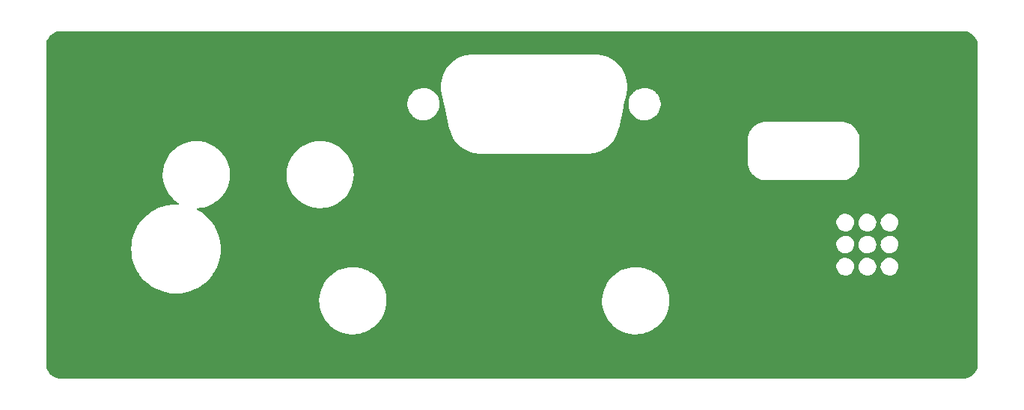
<source format=gtl>
G04 #@! TF.GenerationSoftware,KiCad,Pcbnew,6.0.2+dfsg-1*
G04 #@! TF.CreationDate,2023-08-11T11:42:38-04:00*
G04 #@! TF.ProjectId,HL2IO_endcap,484c3249-4f5f-4656-9e64-6361702e6b69,2.1*
G04 #@! TF.SameCoordinates,PX2e593c0PY56057c0*
G04 #@! TF.FileFunction,Copper,L1,Top*
G04 #@! TF.FilePolarity,Positive*
%FSLAX46Y46*%
G04 Gerber Fmt 4.6, Leading zero omitted, Abs format (unit mm)*
G04 Created by KiCad (PCBNEW 6.0.2+dfsg-1) date 2023-08-11 11:42:38*
%MOMM*%
%LPD*%
G01*
G04 APERTURE LIST*
G04 #@! TA.AperFunction,ComponentPad*
%ADD10C,4.900000*%
G04 #@! TD*
G04 APERTURE END LIST*
D10*
X102000000Y4000000D03*
X4000000Y4000000D03*
X4000000Y36000000D03*
X102000000Y36000000D03*
G04 #@! TA.AperFunction,Conductor*
G36*
X103982282Y39698496D02*
G01*
X104000000Y39695372D01*
X104008528Y39696876D01*
X104013146Y39696876D01*
X104030879Y39697792D01*
X104234871Y39683202D01*
X104248852Y39681191D01*
X104472030Y39632641D01*
X104485583Y39628662D01*
X104699572Y39548849D01*
X104712421Y39542981D01*
X104912875Y39433524D01*
X104924757Y39425888D01*
X105107592Y39289021D01*
X105118268Y39279771D01*
X105279771Y39118268D01*
X105289021Y39107592D01*
X105425888Y38924757D01*
X105433524Y38912875D01*
X105542981Y38712421D01*
X105548849Y38699572D01*
X105628662Y38485583D01*
X105632641Y38472030D01*
X105681191Y38248852D01*
X105683202Y38234871D01*
X105697792Y38030879D01*
X105696876Y38013146D01*
X105696876Y38008528D01*
X105695372Y38000000D01*
X105696876Y37991470D01*
X105698496Y37982283D01*
X105700000Y37965092D01*
X105700000Y2034908D01*
X105698496Y2017718D01*
X105695372Y2000000D01*
X105696876Y1991472D01*
X105696876Y1986854D01*
X105697792Y1969121D01*
X105683202Y1765129D01*
X105681191Y1751148D01*
X105632641Y1527970D01*
X105628662Y1514417D01*
X105548849Y1300428D01*
X105542981Y1287579D01*
X105433524Y1087125D01*
X105425888Y1075243D01*
X105289021Y892408D01*
X105279771Y881732D01*
X105118268Y720229D01*
X105107592Y710979D01*
X104924757Y574112D01*
X104912875Y566476D01*
X104712421Y457019D01*
X104699572Y451151D01*
X104485583Y371338D01*
X104472030Y367359D01*
X104248852Y318809D01*
X104234871Y316798D01*
X104030879Y302208D01*
X104013146Y303124D01*
X104008528Y303124D01*
X104000000Y304628D01*
X103991470Y303124D01*
X103982283Y301504D01*
X103965092Y300000D01*
X2034908Y300000D01*
X2017717Y301504D01*
X2008530Y303124D01*
X2000000Y304628D01*
X1991472Y303124D01*
X1986854Y303124D01*
X1969121Y302208D01*
X1765129Y316798D01*
X1751148Y318809D01*
X1527970Y367359D01*
X1514417Y371338D01*
X1300428Y451151D01*
X1287579Y457019D01*
X1087125Y566476D01*
X1075243Y574112D01*
X892408Y710979D01*
X881732Y720229D01*
X720229Y881732D01*
X710979Y892408D01*
X574112Y1075243D01*
X566476Y1087125D01*
X457019Y1287579D01*
X451151Y1300428D01*
X371338Y1514417D01*
X367359Y1527970D01*
X318809Y1751148D01*
X316798Y1765129D01*
X302208Y1969121D01*
X303124Y1986854D01*
X303124Y1991472D01*
X304628Y2000000D01*
X301504Y2017718D01*
X300000Y2034908D01*
X300000Y9234618D01*
X31195758Y9234618D01*
X31195822Y9232081D01*
X31195822Y9232073D01*
X31200801Y9035382D01*
X31205670Y8843042D01*
X31255780Y8454560D01*
X31345558Y8073287D01*
X31474053Y7703261D01*
X31639902Y7348404D01*
X31641206Y7346229D01*
X31641210Y7346222D01*
X31840039Y7014660D01*
X31840046Y7014650D01*
X31841350Y7012475D01*
X32076262Y6699033D01*
X32342149Y6411398D01*
X32636194Y6152618D01*
X32955282Y5925435D01*
X32957496Y5924180D01*
X32957502Y5924176D01*
X33138297Y5821679D01*
X33296032Y5732255D01*
X33298368Y5731232D01*
X33298370Y5731231D01*
X33652507Y5576144D01*
X33652515Y5576141D01*
X33654835Y5575125D01*
X34027889Y5455709D01*
X34030387Y5455185D01*
X34030394Y5455183D01*
X34248209Y5409481D01*
X34411243Y5375273D01*
X34413765Y5375010D01*
X34413766Y5375010D01*
X34798932Y5334867D01*
X34798935Y5334867D01*
X34800833Y5334669D01*
X34804805Y5334565D01*
X34806671Y5334516D01*
X34806681Y5334516D01*
X34807287Y5334500D01*
X35097917Y5334500D01*
X35391182Y5349613D01*
X35559338Y5375795D01*
X35775690Y5409481D01*
X35775694Y5409482D01*
X35778219Y5409875D01*
X36157012Y5509603D01*
X36328817Y5574351D01*
X36521165Y5646841D01*
X36521170Y5646843D01*
X36523547Y5647739D01*
X36698057Y5734937D01*
X36871656Y5821679D01*
X36871660Y5821681D01*
X36873941Y5822821D01*
X36950168Y5871289D01*
X37202327Y6031624D01*
X37202332Y6031628D01*
X37204481Y6032994D01*
X37355680Y6152618D01*
X37509658Y6274440D01*
X37509664Y6274445D01*
X37511667Y6276030D01*
X37513496Y6277812D01*
X37513502Y6277817D01*
X37652543Y6413265D01*
X37792243Y6549355D01*
X38043237Y6850073D01*
X38261990Y7174999D01*
X38446184Y7520690D01*
X38593868Y7883483D01*
X38703477Y8259535D01*
X38773850Y8644862D01*
X38804242Y9035382D01*
X38799264Y9232073D01*
X38799200Y9234618D01*
X63195758Y9234618D01*
X63195822Y9232081D01*
X63195822Y9232073D01*
X63200801Y9035382D01*
X63205670Y8843042D01*
X63255780Y8454560D01*
X63345558Y8073287D01*
X63474053Y7703261D01*
X63639902Y7348404D01*
X63641206Y7346229D01*
X63641210Y7346222D01*
X63840039Y7014660D01*
X63840046Y7014650D01*
X63841350Y7012475D01*
X64076262Y6699033D01*
X64342149Y6411398D01*
X64636194Y6152618D01*
X64955282Y5925435D01*
X64957496Y5924180D01*
X64957502Y5924176D01*
X65138297Y5821679D01*
X65296032Y5732255D01*
X65298368Y5731232D01*
X65298370Y5731231D01*
X65652507Y5576144D01*
X65652515Y5576141D01*
X65654835Y5575125D01*
X66027889Y5455709D01*
X66030387Y5455185D01*
X66030394Y5455183D01*
X66248209Y5409481D01*
X66411243Y5375273D01*
X66413765Y5375010D01*
X66413766Y5375010D01*
X66798932Y5334867D01*
X66798935Y5334867D01*
X66800833Y5334669D01*
X66804805Y5334565D01*
X66806671Y5334516D01*
X66806681Y5334516D01*
X66807287Y5334500D01*
X67097917Y5334500D01*
X67391182Y5349613D01*
X67559338Y5375795D01*
X67775690Y5409481D01*
X67775694Y5409482D01*
X67778219Y5409875D01*
X68157012Y5509603D01*
X68328817Y5574351D01*
X68521165Y5646841D01*
X68521170Y5646843D01*
X68523547Y5647739D01*
X68698057Y5734937D01*
X68871656Y5821679D01*
X68871660Y5821681D01*
X68873941Y5822821D01*
X68950168Y5871289D01*
X69202327Y6031624D01*
X69202332Y6031628D01*
X69204481Y6032994D01*
X69355680Y6152618D01*
X69509658Y6274440D01*
X69509664Y6274445D01*
X69511667Y6276030D01*
X69513496Y6277812D01*
X69513502Y6277817D01*
X69652543Y6413265D01*
X69792243Y6549355D01*
X70043237Y6850073D01*
X70261990Y7174999D01*
X70446184Y7520690D01*
X70593868Y7883483D01*
X70703477Y8259535D01*
X70773850Y8644862D01*
X70804242Y9035382D01*
X70799264Y9232073D01*
X70794395Y9424403D01*
X70794395Y9424409D01*
X70794330Y9426958D01*
X70744220Y9815440D01*
X70654442Y10196713D01*
X70525947Y10566739D01*
X70360098Y10921596D01*
X70358790Y10923778D01*
X70159961Y11255340D01*
X70159954Y11255350D01*
X70158650Y11257525D01*
X69923738Y11570967D01*
X69657851Y11858602D01*
X69363806Y12117382D01*
X69098214Y12306477D01*
X69046797Y12343085D01*
X69046794Y12343087D01*
X69044718Y12344565D01*
X69042504Y12345820D01*
X69042498Y12345824D01*
X68706185Y12536488D01*
X68703968Y12537745D01*
X68701630Y12538769D01*
X68347493Y12693856D01*
X68347485Y12693859D01*
X68345165Y12694875D01*
X67972111Y12814291D01*
X67969613Y12814815D01*
X67969606Y12814817D01*
X67706332Y12870057D01*
X67588757Y12894727D01*
X67586234Y12894990D01*
X67201068Y12935133D01*
X67201065Y12935133D01*
X67199167Y12935331D01*
X67195024Y12935439D01*
X67193329Y12935484D01*
X67193319Y12935484D01*
X67192713Y12935500D01*
X66902083Y12935500D01*
X66608818Y12920387D01*
X66446783Y12895158D01*
X66224310Y12860519D01*
X66224306Y12860518D01*
X66221781Y12860125D01*
X65842988Y12760397D01*
X65840615Y12759503D01*
X65840616Y12759503D01*
X65478835Y12623159D01*
X65478830Y12623157D01*
X65476453Y12622261D01*
X65309359Y12538769D01*
X65128344Y12448321D01*
X65128340Y12448319D01*
X65126059Y12447179D01*
X65123903Y12445808D01*
X64797673Y12238376D01*
X64797668Y12238372D01*
X64795519Y12237006D01*
X64793516Y12235421D01*
X64490342Y11995560D01*
X64490336Y11995555D01*
X64488333Y11993970D01*
X64486504Y11992188D01*
X64486498Y11992183D01*
X64369059Y11877778D01*
X64207757Y11720645D01*
X63956763Y11419927D01*
X63738010Y11095001D01*
X63553816Y10749310D01*
X63406132Y10386517D01*
X63405417Y10384063D01*
X63299834Y10021824D01*
X63296523Y10010465D01*
X63226150Y9625138D01*
X63195758Y9234618D01*
X38799200Y9234618D01*
X38794395Y9424403D01*
X38794395Y9424409D01*
X38794330Y9426958D01*
X38744220Y9815440D01*
X38654442Y10196713D01*
X38525947Y10566739D01*
X38360098Y10921596D01*
X38358790Y10923778D01*
X38159961Y11255340D01*
X38159954Y11255350D01*
X38158650Y11257525D01*
X37923738Y11570967D01*
X37657851Y11858602D01*
X37363806Y12117382D01*
X37098214Y12306477D01*
X37046797Y12343085D01*
X37046794Y12343087D01*
X37044718Y12344565D01*
X37042504Y12345820D01*
X37042498Y12345824D01*
X36706185Y12536488D01*
X36703968Y12537745D01*
X36701630Y12538769D01*
X36347493Y12693856D01*
X36347485Y12693859D01*
X36345165Y12694875D01*
X35972111Y12814291D01*
X35969613Y12814815D01*
X35969606Y12814817D01*
X35706332Y12870057D01*
X35588757Y12894727D01*
X35586234Y12894990D01*
X35201068Y12935133D01*
X35201065Y12935133D01*
X35199167Y12935331D01*
X35195024Y12935439D01*
X35193329Y12935484D01*
X35193319Y12935484D01*
X35192713Y12935500D01*
X34902083Y12935500D01*
X34608818Y12920387D01*
X34446783Y12895158D01*
X34224310Y12860519D01*
X34224306Y12860518D01*
X34221781Y12860125D01*
X33842988Y12760397D01*
X33840615Y12759503D01*
X33840616Y12759503D01*
X33478835Y12623159D01*
X33478830Y12623157D01*
X33476453Y12622261D01*
X33309359Y12538769D01*
X33128344Y12448321D01*
X33128340Y12448319D01*
X33126059Y12447179D01*
X33123903Y12445808D01*
X32797673Y12238376D01*
X32797668Y12238372D01*
X32795519Y12237006D01*
X32793516Y12235421D01*
X32490342Y11995560D01*
X32490336Y11995555D01*
X32488333Y11993970D01*
X32486504Y11992188D01*
X32486498Y11992183D01*
X32369059Y11877778D01*
X32207757Y11720645D01*
X31956763Y11419927D01*
X31738010Y11095001D01*
X31553816Y10749310D01*
X31406132Y10386517D01*
X31405417Y10384063D01*
X31299834Y10021824D01*
X31296523Y10010465D01*
X31226150Y9625138D01*
X31195758Y9234618D01*
X300000Y9234618D01*
X300000Y15000000D01*
X9944552Y15000000D01*
X9963790Y14559389D01*
X9971526Y14500628D01*
X10021074Y14124269D01*
X10021076Y14124257D01*
X10021356Y14122131D01*
X10116812Y13691554D01*
X10249433Y13270935D01*
X10418208Y12863475D01*
X10621854Y12472276D01*
X10623006Y12470468D01*
X10623007Y12470466D01*
X10847946Y12117382D01*
X10858819Y12100314D01*
X11127302Y11750421D01*
X11425258Y11425258D01*
X11750421Y11127302D01*
X12100314Y10858819D01*
X12102130Y10857662D01*
X12102133Y10857660D01*
X12272209Y10749310D01*
X12472276Y10621854D01*
X12474181Y10620862D01*
X12474185Y10620860D01*
X12582778Y10564330D01*
X12863475Y10418208D01*
X13270935Y10249433D01*
X13691554Y10116812D01*
X13693666Y10116344D01*
X13693669Y10116343D01*
X13782901Y10096561D01*
X14122131Y10021356D01*
X14124257Y10021076D01*
X14124269Y10021074D01*
X14412762Y9983094D01*
X14559389Y9963790D01*
X14886675Y9949500D01*
X15113325Y9949500D01*
X15440611Y9963790D01*
X15587238Y9983094D01*
X15875731Y10021074D01*
X15875743Y10021076D01*
X15877869Y10021356D01*
X16217099Y10096561D01*
X16306331Y10116343D01*
X16306334Y10116344D01*
X16308446Y10116812D01*
X16729065Y10249433D01*
X17136525Y10418208D01*
X17417222Y10564330D01*
X17525815Y10620860D01*
X17525819Y10620862D01*
X17527724Y10621854D01*
X17727791Y10749310D01*
X17897867Y10857660D01*
X17897870Y10857662D01*
X17899686Y10858819D01*
X18249579Y11127302D01*
X18574742Y11425258D01*
X18872698Y11750421D01*
X19141181Y12100314D01*
X19152055Y12117382D01*
X19376993Y12470466D01*
X19376994Y12470468D01*
X19378146Y12472276D01*
X19581792Y12863475D01*
X19617994Y12950874D01*
X89695541Y12950874D01*
X89725935Y12749903D01*
X89796119Y12559148D01*
X89903226Y12386401D01*
X90042881Y12238720D01*
X90046986Y12235846D01*
X90046989Y12235843D01*
X90047592Y12235421D01*
X90209379Y12122137D01*
X90213975Y12120148D01*
X90213977Y12120147D01*
X90259809Y12100314D01*
X90395919Y12041414D01*
X90594880Y11999849D01*
X90599432Y11999610D01*
X90600234Y11999568D01*
X90600249Y11999568D01*
X90601539Y11999500D01*
X90750800Y11999500D01*
X90753288Y11999753D01*
X90753294Y11999753D01*
X90813816Y12005901D01*
X90902216Y12014880D01*
X91096172Y12075662D01*
X91273944Y12174203D01*
X91428271Y12306477D01*
X91552848Y12467081D01*
X91642587Y12649455D01*
X91693822Y12846148D01*
X91694521Y12859475D01*
X91699310Y12950874D01*
X92195541Y12950874D01*
X92225935Y12749903D01*
X92296119Y12559148D01*
X92403226Y12386401D01*
X92542881Y12238720D01*
X92546986Y12235846D01*
X92546989Y12235843D01*
X92547592Y12235421D01*
X92709379Y12122137D01*
X92713975Y12120148D01*
X92713977Y12120147D01*
X92759809Y12100314D01*
X92895919Y12041414D01*
X93094880Y11999849D01*
X93099432Y11999610D01*
X93100234Y11999568D01*
X93100249Y11999568D01*
X93101539Y11999500D01*
X93250800Y11999500D01*
X93253288Y11999753D01*
X93253294Y11999753D01*
X93313816Y12005901D01*
X93402216Y12014880D01*
X93596172Y12075662D01*
X93773944Y12174203D01*
X93928271Y12306477D01*
X94052848Y12467081D01*
X94142587Y12649455D01*
X94193822Y12846148D01*
X94194521Y12859475D01*
X94199310Y12950874D01*
X94695541Y12950874D01*
X94725935Y12749903D01*
X94796119Y12559148D01*
X94903226Y12386401D01*
X95042881Y12238720D01*
X95046986Y12235846D01*
X95046989Y12235843D01*
X95047592Y12235421D01*
X95209379Y12122137D01*
X95213975Y12120148D01*
X95213977Y12120147D01*
X95259809Y12100314D01*
X95395919Y12041414D01*
X95594880Y11999849D01*
X95599432Y11999610D01*
X95600234Y11999568D01*
X95600249Y11999568D01*
X95601539Y11999500D01*
X95750800Y11999500D01*
X95753288Y11999753D01*
X95753294Y11999753D01*
X95813816Y12005901D01*
X95902216Y12014880D01*
X96096172Y12075662D01*
X96273944Y12174203D01*
X96428271Y12306477D01*
X96552848Y12467081D01*
X96642587Y12649455D01*
X96693822Y12846148D01*
X96694521Y12859475D01*
X96704196Y13044115D01*
X96704459Y13049126D01*
X96674065Y13250097D01*
X96603881Y13440852D01*
X96496774Y13613599D01*
X96357119Y13761280D01*
X96353014Y13764154D01*
X96353011Y13764157D01*
X96194727Y13874988D01*
X96190621Y13877863D01*
X96186025Y13879852D01*
X96186023Y13879853D01*
X96008677Y13956597D01*
X96008678Y13956597D01*
X96004081Y13958586D01*
X95805120Y14000151D01*
X95800568Y14000390D01*
X95799766Y14000432D01*
X95799751Y14000432D01*
X95798461Y14000500D01*
X95649200Y14000500D01*
X95646712Y14000247D01*
X95646706Y14000247D01*
X95586184Y13994099D01*
X95497784Y13985120D01*
X95303828Y13924338D01*
X95126056Y13825797D01*
X94971729Y13693523D01*
X94847152Y13532919D01*
X94757413Y13350545D01*
X94706178Y13153852D01*
X94695541Y12950874D01*
X94199310Y12950874D01*
X94204196Y13044115D01*
X94204459Y13049126D01*
X94174065Y13250097D01*
X94103881Y13440852D01*
X93996774Y13613599D01*
X93857119Y13761280D01*
X93853014Y13764154D01*
X93853011Y13764157D01*
X93694727Y13874988D01*
X93690621Y13877863D01*
X93686025Y13879852D01*
X93686023Y13879853D01*
X93508677Y13956597D01*
X93508678Y13956597D01*
X93504081Y13958586D01*
X93305120Y14000151D01*
X93300568Y14000390D01*
X93299766Y14000432D01*
X93299751Y14000432D01*
X93298461Y14000500D01*
X93149200Y14000500D01*
X93146712Y14000247D01*
X93146706Y14000247D01*
X93086184Y13994099D01*
X92997784Y13985120D01*
X92803828Y13924338D01*
X92626056Y13825797D01*
X92471729Y13693523D01*
X92347152Y13532919D01*
X92257413Y13350545D01*
X92206178Y13153852D01*
X92195541Y12950874D01*
X91699310Y12950874D01*
X91704196Y13044115D01*
X91704459Y13049126D01*
X91674065Y13250097D01*
X91603881Y13440852D01*
X91496774Y13613599D01*
X91357119Y13761280D01*
X91353014Y13764154D01*
X91353011Y13764157D01*
X91194727Y13874988D01*
X91190621Y13877863D01*
X91186025Y13879852D01*
X91186023Y13879853D01*
X91008677Y13956597D01*
X91008678Y13956597D01*
X91004081Y13958586D01*
X90805120Y14000151D01*
X90800568Y14000390D01*
X90799766Y14000432D01*
X90799751Y14000432D01*
X90798461Y14000500D01*
X90649200Y14000500D01*
X90646712Y14000247D01*
X90646706Y14000247D01*
X90586184Y13994099D01*
X90497784Y13985120D01*
X90303828Y13924338D01*
X90126056Y13825797D01*
X89971729Y13693523D01*
X89847152Y13532919D01*
X89757413Y13350545D01*
X89706178Y13153852D01*
X89695541Y12950874D01*
X19617994Y12950874D01*
X19750567Y13270935D01*
X19883188Y13691554D01*
X19978644Y14122131D01*
X19978924Y14124257D01*
X19978926Y14124269D01*
X20028474Y14500628D01*
X20036210Y14559389D01*
X20055448Y15000000D01*
X20036210Y15440611D01*
X20034859Y15450874D01*
X89695541Y15450874D01*
X89725935Y15249903D01*
X89796119Y15059148D01*
X89903226Y14886401D01*
X90042881Y14738720D01*
X90046986Y14735846D01*
X90046989Y14735843D01*
X90130358Y14677468D01*
X90209379Y14622137D01*
X90213975Y14620148D01*
X90213977Y14620147D01*
X90311156Y14578094D01*
X90395919Y14541414D01*
X90594880Y14499849D01*
X90599432Y14499610D01*
X90600234Y14499568D01*
X90600249Y14499568D01*
X90601539Y14499500D01*
X90750800Y14499500D01*
X90753288Y14499753D01*
X90753294Y14499753D01*
X90813816Y14505901D01*
X90902216Y14514880D01*
X91096172Y14575662D01*
X91273944Y14674203D01*
X91428271Y14806477D01*
X91552848Y14967081D01*
X91642587Y15149455D01*
X91693822Y15346148D01*
X91699310Y15450874D01*
X92195541Y15450874D01*
X92225935Y15249903D01*
X92296119Y15059148D01*
X92403226Y14886401D01*
X92542881Y14738720D01*
X92546986Y14735846D01*
X92546989Y14735843D01*
X92630358Y14677468D01*
X92709379Y14622137D01*
X92713975Y14620148D01*
X92713977Y14620147D01*
X92811156Y14578094D01*
X92895919Y14541414D01*
X93094880Y14499849D01*
X93099432Y14499610D01*
X93100234Y14499568D01*
X93100249Y14499568D01*
X93101539Y14499500D01*
X93250800Y14499500D01*
X93253288Y14499753D01*
X93253294Y14499753D01*
X93313816Y14505901D01*
X93402216Y14514880D01*
X93596172Y14575662D01*
X93773944Y14674203D01*
X93928271Y14806477D01*
X94052848Y14967081D01*
X94142587Y15149455D01*
X94193822Y15346148D01*
X94199310Y15450874D01*
X94695541Y15450874D01*
X94725935Y15249903D01*
X94796119Y15059148D01*
X94903226Y14886401D01*
X95042881Y14738720D01*
X95046986Y14735846D01*
X95046989Y14735843D01*
X95130358Y14677468D01*
X95209379Y14622137D01*
X95213975Y14620148D01*
X95213977Y14620147D01*
X95311156Y14578094D01*
X95395919Y14541414D01*
X95594880Y14499849D01*
X95599432Y14499610D01*
X95600234Y14499568D01*
X95600249Y14499568D01*
X95601539Y14499500D01*
X95750800Y14499500D01*
X95753288Y14499753D01*
X95753294Y14499753D01*
X95813816Y14505901D01*
X95902216Y14514880D01*
X96096172Y14575662D01*
X96273944Y14674203D01*
X96428271Y14806477D01*
X96552848Y14967081D01*
X96642587Y15149455D01*
X96693822Y15346148D01*
X96704459Y15549126D01*
X96674065Y15750097D01*
X96603881Y15940852D01*
X96496774Y16113599D01*
X96357119Y16261280D01*
X96353014Y16264154D01*
X96353011Y16264157D01*
X96194727Y16374988D01*
X96190621Y16377863D01*
X96186025Y16379852D01*
X96186023Y16379853D01*
X96008677Y16456597D01*
X96008678Y16456597D01*
X96004081Y16458586D01*
X95805120Y16500151D01*
X95800568Y16500390D01*
X95799766Y16500432D01*
X95799751Y16500432D01*
X95798461Y16500500D01*
X95649200Y16500500D01*
X95646712Y16500247D01*
X95646706Y16500247D01*
X95586184Y16494099D01*
X95497784Y16485120D01*
X95303828Y16424338D01*
X95126056Y16325797D01*
X94971729Y16193523D01*
X94847152Y16032919D01*
X94757413Y15850545D01*
X94706178Y15653852D01*
X94695541Y15450874D01*
X94199310Y15450874D01*
X94204459Y15549126D01*
X94174065Y15750097D01*
X94103881Y15940852D01*
X93996774Y16113599D01*
X93857119Y16261280D01*
X93853014Y16264154D01*
X93853011Y16264157D01*
X93694727Y16374988D01*
X93690621Y16377863D01*
X93686025Y16379852D01*
X93686023Y16379853D01*
X93508677Y16456597D01*
X93508678Y16456597D01*
X93504081Y16458586D01*
X93305120Y16500151D01*
X93300568Y16500390D01*
X93299766Y16500432D01*
X93299751Y16500432D01*
X93298461Y16500500D01*
X93149200Y16500500D01*
X93146712Y16500247D01*
X93146706Y16500247D01*
X93086184Y16494099D01*
X92997784Y16485120D01*
X92803828Y16424338D01*
X92626056Y16325797D01*
X92471729Y16193523D01*
X92347152Y16032919D01*
X92257413Y15850545D01*
X92206178Y15653852D01*
X92195541Y15450874D01*
X91699310Y15450874D01*
X91704459Y15549126D01*
X91674065Y15750097D01*
X91603881Y15940852D01*
X91496774Y16113599D01*
X91357119Y16261280D01*
X91353014Y16264154D01*
X91353011Y16264157D01*
X91194727Y16374988D01*
X91190621Y16377863D01*
X91186025Y16379852D01*
X91186023Y16379853D01*
X91008677Y16456597D01*
X91008678Y16456597D01*
X91004081Y16458586D01*
X90805120Y16500151D01*
X90800568Y16500390D01*
X90799766Y16500432D01*
X90799751Y16500432D01*
X90798461Y16500500D01*
X90649200Y16500500D01*
X90646712Y16500247D01*
X90646706Y16500247D01*
X90586184Y16494099D01*
X90497784Y16485120D01*
X90303828Y16424338D01*
X90126056Y16325797D01*
X89971729Y16193523D01*
X89847152Y16032919D01*
X89757413Y15850545D01*
X89706178Y15653852D01*
X89695541Y15450874D01*
X20034859Y15450874D01*
X20016906Y15587238D01*
X19978926Y15875731D01*
X19978924Y15875743D01*
X19978644Y15877869D01*
X19883188Y16308446D01*
X19750567Y16729065D01*
X19581792Y17136525D01*
X19409715Y17467081D01*
X19379140Y17525815D01*
X19379138Y17525819D01*
X19378146Y17527724D01*
X19141181Y17899686D01*
X19101903Y17950874D01*
X89695541Y17950874D01*
X89725935Y17749903D01*
X89796119Y17559148D01*
X89903226Y17386401D01*
X90042881Y17238720D01*
X90046986Y17235846D01*
X90046989Y17235843D01*
X90130358Y17177468D01*
X90209379Y17122137D01*
X90213975Y17120148D01*
X90213977Y17120147D01*
X90311156Y17078094D01*
X90395919Y17041414D01*
X90594880Y16999849D01*
X90599432Y16999610D01*
X90600234Y16999568D01*
X90600249Y16999568D01*
X90601539Y16999500D01*
X90750800Y16999500D01*
X90753288Y16999753D01*
X90753294Y16999753D01*
X90813816Y17005901D01*
X90902216Y17014880D01*
X91096172Y17075662D01*
X91273944Y17174203D01*
X91428271Y17306477D01*
X91552848Y17467081D01*
X91642587Y17649455D01*
X91693822Y17846148D01*
X91699310Y17950874D01*
X92195541Y17950874D01*
X92225935Y17749903D01*
X92296119Y17559148D01*
X92403226Y17386401D01*
X92542881Y17238720D01*
X92546986Y17235846D01*
X92546989Y17235843D01*
X92630358Y17177468D01*
X92709379Y17122137D01*
X92713975Y17120148D01*
X92713977Y17120147D01*
X92811156Y17078094D01*
X92895919Y17041414D01*
X93094880Y16999849D01*
X93099432Y16999610D01*
X93100234Y16999568D01*
X93100249Y16999568D01*
X93101539Y16999500D01*
X93250800Y16999500D01*
X93253288Y16999753D01*
X93253294Y16999753D01*
X93313816Y17005901D01*
X93402216Y17014880D01*
X93596172Y17075662D01*
X93773944Y17174203D01*
X93928271Y17306477D01*
X94052848Y17467081D01*
X94142587Y17649455D01*
X94193822Y17846148D01*
X94199310Y17950874D01*
X94695541Y17950874D01*
X94725935Y17749903D01*
X94796119Y17559148D01*
X94903226Y17386401D01*
X95042881Y17238720D01*
X95046986Y17235846D01*
X95046989Y17235843D01*
X95130358Y17177468D01*
X95209379Y17122137D01*
X95213975Y17120148D01*
X95213977Y17120147D01*
X95311156Y17078094D01*
X95395919Y17041414D01*
X95594880Y16999849D01*
X95599432Y16999610D01*
X95600234Y16999568D01*
X95600249Y16999568D01*
X95601539Y16999500D01*
X95750800Y16999500D01*
X95753288Y16999753D01*
X95753294Y16999753D01*
X95813816Y17005901D01*
X95902216Y17014880D01*
X96096172Y17075662D01*
X96273944Y17174203D01*
X96428271Y17306477D01*
X96552848Y17467081D01*
X96642587Y17649455D01*
X96693822Y17846148D01*
X96704459Y18049126D01*
X96674065Y18250097D01*
X96603881Y18440852D01*
X96496774Y18613599D01*
X96357119Y18761280D01*
X96353014Y18764154D01*
X96353011Y18764157D01*
X96194727Y18874988D01*
X96190621Y18877863D01*
X96186025Y18879852D01*
X96186023Y18879853D01*
X96008677Y18956597D01*
X96008678Y18956597D01*
X96004081Y18958586D01*
X95805120Y19000151D01*
X95800568Y19000390D01*
X95799766Y19000432D01*
X95799751Y19000432D01*
X95798461Y19000500D01*
X95649200Y19000500D01*
X95646712Y19000247D01*
X95646706Y19000247D01*
X95586184Y18994099D01*
X95497784Y18985120D01*
X95303828Y18924338D01*
X95126056Y18825797D01*
X94971729Y18693523D01*
X94847152Y18532919D01*
X94757413Y18350545D01*
X94706178Y18153852D01*
X94695541Y17950874D01*
X94199310Y17950874D01*
X94204459Y18049126D01*
X94174065Y18250097D01*
X94103881Y18440852D01*
X93996774Y18613599D01*
X93857119Y18761280D01*
X93853014Y18764154D01*
X93853011Y18764157D01*
X93694727Y18874988D01*
X93690621Y18877863D01*
X93686025Y18879852D01*
X93686023Y18879853D01*
X93508677Y18956597D01*
X93508678Y18956597D01*
X93504081Y18958586D01*
X93305120Y19000151D01*
X93300568Y19000390D01*
X93299766Y19000432D01*
X93299751Y19000432D01*
X93298461Y19000500D01*
X93149200Y19000500D01*
X93146712Y19000247D01*
X93146706Y19000247D01*
X93086184Y18994099D01*
X92997784Y18985120D01*
X92803828Y18924338D01*
X92626056Y18825797D01*
X92471729Y18693523D01*
X92347152Y18532919D01*
X92257413Y18350545D01*
X92206178Y18153852D01*
X92195541Y17950874D01*
X91699310Y17950874D01*
X91704459Y18049126D01*
X91674065Y18250097D01*
X91603881Y18440852D01*
X91496774Y18613599D01*
X91357119Y18761280D01*
X91353014Y18764154D01*
X91353011Y18764157D01*
X91194727Y18874988D01*
X91190621Y18877863D01*
X91186025Y18879852D01*
X91186023Y18879853D01*
X91008677Y18956597D01*
X91008678Y18956597D01*
X91004081Y18958586D01*
X90805120Y19000151D01*
X90800568Y19000390D01*
X90799766Y19000432D01*
X90799751Y19000432D01*
X90798461Y19000500D01*
X90649200Y19000500D01*
X90646712Y19000247D01*
X90646706Y19000247D01*
X90586184Y18994099D01*
X90497784Y18985120D01*
X90303828Y18924338D01*
X90126056Y18825797D01*
X89971729Y18693523D01*
X89847152Y18532919D01*
X89757413Y18350545D01*
X89706178Y18153852D01*
X89695541Y17950874D01*
X19101903Y17950874D01*
X18872698Y18249579D01*
X18574742Y18574742D01*
X18249579Y18872698D01*
X17899686Y19141181D01*
X17527724Y19378146D01*
X17525815Y19379140D01*
X17390592Y19449533D01*
X17347706Y19493174D01*
X17338663Y19553687D01*
X17366915Y19607959D01*
X17421672Y19635260D01*
X17431204Y19636215D01*
X17691182Y19649613D01*
X17859338Y19675795D01*
X18075690Y19709481D01*
X18075694Y19709482D01*
X18078219Y19709875D01*
X18457012Y19809603D01*
X18628817Y19874351D01*
X18821165Y19946841D01*
X18821170Y19946843D01*
X18823547Y19947739D01*
X19000793Y20036304D01*
X19171656Y20121679D01*
X19171660Y20121681D01*
X19173941Y20122821D01*
X19259889Y20177471D01*
X19502327Y20331624D01*
X19502332Y20331628D01*
X19504481Y20332994D01*
X19655680Y20452618D01*
X19809658Y20574440D01*
X19809664Y20574445D01*
X19811667Y20576030D01*
X19813496Y20577812D01*
X19813502Y20577817D01*
X19952543Y20713265D01*
X20092243Y20849355D01*
X20343237Y21150073D01*
X20561990Y21474999D01*
X20746184Y21820690D01*
X20893868Y22183483D01*
X21003477Y22559535D01*
X21073850Y22944862D01*
X21082677Y23058276D01*
X21104045Y23332851D01*
X21104242Y23335382D01*
X21103047Y23382612D01*
X21099199Y23534618D01*
X27495758Y23534618D01*
X27495822Y23532081D01*
X27495822Y23532073D01*
X27504082Y23205771D01*
X27505670Y23143042D01*
X27505996Y23140515D01*
X27551943Y22784310D01*
X27555780Y22754560D01*
X27645558Y22373287D01*
X27774053Y22003261D01*
X27939902Y21648404D01*
X27941206Y21646229D01*
X27941210Y21646222D01*
X28140039Y21314660D01*
X28140046Y21314650D01*
X28141350Y21312475D01*
X28376262Y20999033D01*
X28642149Y20711398D01*
X28936194Y20452618D01*
X29255282Y20225435D01*
X29257496Y20224180D01*
X29257502Y20224176D01*
X29438297Y20121679D01*
X29596032Y20032255D01*
X29598368Y20031232D01*
X29598370Y20031231D01*
X29952507Y19876144D01*
X29952515Y19876141D01*
X29954835Y19875125D01*
X30327889Y19755709D01*
X30330387Y19755185D01*
X30330394Y19755183D01*
X30548209Y19709481D01*
X30711243Y19675273D01*
X30713765Y19675010D01*
X30713766Y19675010D01*
X31098932Y19634867D01*
X31098935Y19634867D01*
X31100833Y19634669D01*
X31104805Y19634565D01*
X31106671Y19634516D01*
X31106681Y19634516D01*
X31107287Y19634500D01*
X31397917Y19634500D01*
X31691182Y19649613D01*
X31859338Y19675795D01*
X32075690Y19709481D01*
X32075694Y19709482D01*
X32078219Y19709875D01*
X32457012Y19809603D01*
X32628817Y19874351D01*
X32821165Y19946841D01*
X32821170Y19946843D01*
X32823547Y19947739D01*
X33000793Y20036304D01*
X33171656Y20121679D01*
X33171660Y20121681D01*
X33173941Y20122821D01*
X33259889Y20177471D01*
X33502327Y20331624D01*
X33502332Y20331628D01*
X33504481Y20332994D01*
X33655680Y20452618D01*
X33809658Y20574440D01*
X33809664Y20574445D01*
X33811667Y20576030D01*
X33813496Y20577812D01*
X33813502Y20577817D01*
X33952543Y20713265D01*
X34092243Y20849355D01*
X34343237Y21150073D01*
X34561990Y21474999D01*
X34746184Y21820690D01*
X34893868Y22183483D01*
X35003477Y22559535D01*
X35073850Y22944862D01*
X35082677Y23058276D01*
X35104045Y23332851D01*
X35104242Y23335382D01*
X35103047Y23382612D01*
X35094395Y23724403D01*
X35094395Y23724409D01*
X35094330Y23726958D01*
X35083588Y23810238D01*
X35044546Y24112915D01*
X35044545Y24112921D01*
X35044220Y24115440D01*
X34954442Y24496713D01*
X34836122Y24837437D01*
X79682809Y24837437D01*
X79683173Y24835370D01*
X79683714Y24827112D01*
X79683714Y24827111D01*
X79693091Y24684063D01*
X79700614Y24569284D01*
X79753040Y24305719D01*
X79839420Y24051253D01*
X79840853Y24048348D01*
X79840853Y24048347D01*
X79954419Y23818057D01*
X79958275Y23810237D01*
X80107573Y23586798D01*
X80284758Y23384758D01*
X80486798Y23207573D01*
X80489495Y23205771D01*
X80489502Y23205766D01*
X80583375Y23143042D01*
X80710238Y23058275D01*
X80713142Y23056843D01*
X80713147Y23056840D01*
X80935065Y22947403D01*
X80951253Y22939420D01*
X80954322Y22938378D01*
X80954325Y22938377D01*
X81016931Y22917125D01*
X81205719Y22853040D01*
X81469284Y22800614D01*
X81472508Y22800403D01*
X81472513Y22800402D01*
X81600094Y22792040D01*
X81735370Y22783173D01*
X81737437Y22782809D01*
X81755155Y22785933D01*
X81772345Y22787437D01*
X90227656Y22787437D01*
X90244846Y22785933D01*
X90262564Y22782809D01*
X90264631Y22783173D01*
X90272889Y22783714D01*
X90272890Y22783714D01*
X90527487Y22800402D01*
X90527492Y22800403D01*
X90530716Y22800614D01*
X90794281Y22853041D01*
X90983069Y22917126D01*
X91045675Y22938378D01*
X91045678Y22938379D01*
X91048747Y22939421D01*
X91289762Y23058276D01*
X91513201Y23207574D01*
X91515638Y23209711D01*
X91515643Y23209715D01*
X91712795Y23382612D01*
X91715242Y23384758D01*
X91779829Y23458406D01*
X91890285Y23584357D01*
X91890289Y23584362D01*
X91892426Y23586799D01*
X92041724Y23810238D01*
X92160579Y24051253D01*
X92246959Y24305719D01*
X92299386Y24569284D01*
X92316827Y24835369D01*
X92317191Y24837436D01*
X92314067Y24855155D01*
X92312563Y24872344D01*
X92312563Y27327656D01*
X92314067Y27344847D01*
X92315688Y27354040D01*
X92317191Y27362564D01*
X92316827Y27364631D01*
X92316160Y27374816D01*
X92299598Y27627487D01*
X92299597Y27627492D01*
X92299386Y27630716D01*
X92246959Y27894281D01*
X92160579Y28148747D01*
X92041724Y28389762D01*
X91892426Y28613201D01*
X91890289Y28615638D01*
X91890285Y28615643D01*
X91717388Y28812795D01*
X91715242Y28815242D01*
X91712795Y28817388D01*
X91515643Y28990285D01*
X91515638Y28990289D01*
X91513201Y28992426D01*
X91289762Y29141724D01*
X91048747Y29260579D01*
X91045678Y29261621D01*
X91045675Y29261622D01*
X90983069Y29282874D01*
X90794281Y29346959D01*
X90530716Y29399386D01*
X90527492Y29399597D01*
X90527487Y29399598D01*
X90399587Y29407981D01*
X90264631Y29416827D01*
X90262564Y29417191D01*
X90254040Y29415688D01*
X90244847Y29414067D01*
X90227656Y29412563D01*
X81772345Y29412563D01*
X81755154Y29414067D01*
X81745961Y29415688D01*
X81737437Y29417191D01*
X81735370Y29416827D01*
X81727112Y29416286D01*
X81727111Y29416286D01*
X81472513Y29399598D01*
X81472508Y29399597D01*
X81469284Y29399386D01*
X81205719Y29346960D01*
X81016931Y29282875D01*
X80954325Y29261623D01*
X80954322Y29261622D01*
X80951253Y29260580D01*
X80948339Y29259143D01*
X80713147Y29143160D01*
X80713142Y29143157D01*
X80710238Y29141725D01*
X80486798Y28992427D01*
X80284758Y28815242D01*
X80107573Y28613202D01*
X80105769Y28610502D01*
X80105766Y28610498D01*
X79960390Y28392928D01*
X79958275Y28389762D01*
X79956843Y28386858D01*
X79956840Y28386853D01*
X79872019Y28214852D01*
X79839420Y28148747D01*
X79753040Y27894281D01*
X79700614Y27630716D01*
X79700403Y27627492D01*
X79700402Y27627487D01*
X79699544Y27614399D01*
X79683173Y27364630D01*
X79682809Y27362563D01*
X79684312Y27354040D01*
X79684312Y27354039D01*
X79685933Y27344846D01*
X79687437Y27327655D01*
X79687437Y24872345D01*
X79685933Y24855155D01*
X79682809Y24837437D01*
X34836122Y24837437D01*
X34825947Y24866739D01*
X34660098Y25221596D01*
X34658790Y25223778D01*
X34459961Y25555340D01*
X34459954Y25555350D01*
X34458650Y25557525D01*
X34278939Y25797312D01*
X34225255Y25868943D01*
X34225254Y25868944D01*
X34223738Y25870967D01*
X33957851Y26158602D01*
X33679587Y26403494D01*
X33665723Y26415695D01*
X33665722Y26415696D01*
X33663806Y26417382D01*
X33344718Y26644565D01*
X33342504Y26645820D01*
X33342498Y26645824D01*
X33006185Y26836488D01*
X33003968Y26837745D01*
X33001630Y26838769D01*
X32647493Y26993856D01*
X32647485Y26993859D01*
X32645165Y26994875D01*
X32272111Y27114291D01*
X32269613Y27114815D01*
X32269606Y27114817D01*
X32006332Y27170057D01*
X31888757Y27194727D01*
X31886234Y27194990D01*
X31501068Y27235133D01*
X31501065Y27235133D01*
X31499167Y27235331D01*
X31495024Y27235439D01*
X31493329Y27235484D01*
X31493319Y27235484D01*
X31492713Y27235500D01*
X31202083Y27235500D01*
X30908818Y27220387D01*
X30746783Y27195158D01*
X30524310Y27160519D01*
X30524306Y27160518D01*
X30521781Y27160125D01*
X30142988Y27060397D01*
X30140615Y27059503D01*
X30140616Y27059503D01*
X29778835Y26923159D01*
X29778830Y26923157D01*
X29776453Y26922261D01*
X29774174Y26921122D01*
X29428344Y26748321D01*
X29428340Y26748319D01*
X29426059Y26747179D01*
X29423903Y26745808D01*
X29097673Y26538376D01*
X29097668Y26538372D01*
X29095519Y26537006D01*
X29093516Y26535421D01*
X28790342Y26295560D01*
X28790336Y26295555D01*
X28788333Y26293970D01*
X28786504Y26292188D01*
X28786498Y26292183D01*
X28692542Y26200655D01*
X28507757Y26020645D01*
X28256763Y25719927D01*
X28038010Y25395001D01*
X27853816Y25049310D01*
X27706132Y24686517D01*
X27666327Y24549952D01*
X27617421Y24382162D01*
X27596523Y24310465D01*
X27526150Y23925138D01*
X27525953Y23922602D01*
X27525952Y23922597D01*
X27510923Y23729485D01*
X27495758Y23534618D01*
X21099199Y23534618D01*
X21094395Y23724403D01*
X21094395Y23724409D01*
X21094330Y23726958D01*
X21083588Y23810238D01*
X21044546Y24112915D01*
X21044545Y24112921D01*
X21044220Y24115440D01*
X20954442Y24496713D01*
X20825947Y24866739D01*
X20660098Y25221596D01*
X20658790Y25223778D01*
X20459961Y25555340D01*
X20459954Y25555350D01*
X20458650Y25557525D01*
X20278939Y25797312D01*
X20225255Y25868943D01*
X20225254Y25868944D01*
X20223738Y25870967D01*
X19957851Y26158602D01*
X19679587Y26403494D01*
X19665723Y26415695D01*
X19665722Y26415696D01*
X19663806Y26417382D01*
X19344718Y26644565D01*
X19342504Y26645820D01*
X19342498Y26645824D01*
X19006185Y26836488D01*
X19003968Y26837745D01*
X19001630Y26838769D01*
X18647493Y26993856D01*
X18647485Y26993859D01*
X18645165Y26994875D01*
X18272111Y27114291D01*
X18269613Y27114815D01*
X18269606Y27114817D01*
X18006332Y27170057D01*
X17888757Y27194727D01*
X17886234Y27194990D01*
X17501068Y27235133D01*
X17501065Y27235133D01*
X17499167Y27235331D01*
X17495024Y27235439D01*
X17493329Y27235484D01*
X17493319Y27235484D01*
X17492713Y27235500D01*
X17202083Y27235500D01*
X16908818Y27220387D01*
X16746783Y27195158D01*
X16524310Y27160519D01*
X16524306Y27160518D01*
X16521781Y27160125D01*
X16142988Y27060397D01*
X16140615Y27059503D01*
X16140616Y27059503D01*
X15778835Y26923159D01*
X15778830Y26923157D01*
X15776453Y26922261D01*
X15774174Y26921122D01*
X15428344Y26748321D01*
X15428340Y26748319D01*
X15426059Y26747179D01*
X15423903Y26745808D01*
X15097673Y26538376D01*
X15097668Y26538372D01*
X15095519Y26537006D01*
X15093516Y26535421D01*
X14790342Y26295560D01*
X14790336Y26295555D01*
X14788333Y26293970D01*
X14786504Y26292188D01*
X14786498Y26292183D01*
X14692542Y26200655D01*
X14507757Y26020645D01*
X14256763Y25719927D01*
X14038010Y25395001D01*
X13853816Y25049310D01*
X13706132Y24686517D01*
X13666327Y24549952D01*
X13617421Y24382162D01*
X13596523Y24310465D01*
X13526150Y23925138D01*
X13525953Y23922602D01*
X13525952Y23922597D01*
X13510923Y23729485D01*
X13495758Y23534618D01*
X13495822Y23532081D01*
X13495822Y23532073D01*
X13504082Y23205771D01*
X13505670Y23143042D01*
X13505996Y23140515D01*
X13551943Y22784310D01*
X13555780Y22754560D01*
X13645558Y22373287D01*
X13774053Y22003261D01*
X13939902Y21648404D01*
X13941206Y21646229D01*
X13941210Y21646222D01*
X14140039Y21314660D01*
X14140046Y21314650D01*
X14141350Y21312475D01*
X14376262Y20999033D01*
X14642149Y20711398D01*
X14936194Y20452618D01*
X15066230Y20360036D01*
X15253611Y20226624D01*
X15290049Y20177471D01*
X15290636Y20116288D01*
X15255149Y20066446D01*
X15191874Y20047070D01*
X15113325Y20050500D01*
X14886675Y20050500D01*
X14559389Y20036210D01*
X14412762Y20016906D01*
X14124269Y19978926D01*
X14124257Y19978924D01*
X14122131Y19978644D01*
X13782901Y19903439D01*
X13693669Y19883657D01*
X13693666Y19883656D01*
X13691554Y19883188D01*
X13270935Y19750567D01*
X12863475Y19581792D01*
X12472276Y19378146D01*
X12100314Y19141181D01*
X11750421Y18872698D01*
X11425258Y18574742D01*
X11127302Y18249579D01*
X10858819Y17899686D01*
X10621854Y17527724D01*
X10620862Y17525819D01*
X10620860Y17525815D01*
X10590285Y17467081D01*
X10418208Y17136525D01*
X10249433Y16729065D01*
X10116812Y16308446D01*
X10021356Y15877869D01*
X10021076Y15875743D01*
X10021074Y15875731D01*
X9983094Y15587238D01*
X9963790Y15440611D01*
X9944552Y15000000D01*
X300000Y15000000D01*
X300000Y31323243D01*
X41172795Y31323243D01*
X41209384Y31054393D01*
X41285310Y30793904D01*
X41286849Y30790566D01*
X41397367Y30550833D01*
X41397370Y30550827D01*
X41398905Y30547498D01*
X41547672Y30320590D01*
X41728345Y30118163D01*
X41936954Y29944665D01*
X42168916Y29803907D01*
X42419136Y29698981D01*
X42422698Y29698076D01*
X42422699Y29698076D01*
X42678555Y29633096D01*
X42678560Y29633095D01*
X42682116Y29632192D01*
X42907470Y29609500D01*
X43068884Y29609500D01*
X43159394Y29616226D01*
X43266929Y29624217D01*
X43266935Y29624218D01*
X43270583Y29624489D01*
X43535221Y29684370D01*
X43538638Y29685699D01*
X43538642Y29685700D01*
X43784682Y29781380D01*
X43788102Y29782710D01*
X43828528Y29805815D01*
X44020481Y29915526D01*
X44023669Y29917348D01*
X44236748Y30085326D01*
X44239262Y30087999D01*
X44239268Y30088004D01*
X44420144Y30280282D01*
X44422658Y30282954D01*
X44577315Y30505891D01*
X44697320Y30749238D01*
X44780039Y31007650D01*
X44780629Y31011271D01*
X44823064Y31271832D01*
X44823064Y31271837D01*
X44823653Y31275451D01*
X44827205Y31546757D01*
X44790616Y31815607D01*
X44714690Y32076096D01*
X44688244Y32133462D01*
X44602633Y32319167D01*
X44602630Y32319173D01*
X44601095Y32322502D01*
X44472465Y32518696D01*
X44454339Y32546343D01*
X44454338Y32546345D01*
X44452328Y32549410D01*
X44420649Y32584904D01*
X44274098Y32749100D01*
X44274097Y32749101D01*
X44271655Y32751837D01*
X44223414Y32791959D01*
X44065874Y32922983D01*
X44063046Y32925335D01*
X43831084Y33066093D01*
X43580864Y33171019D01*
X43577301Y33171924D01*
X43321445Y33236904D01*
X43321440Y33236905D01*
X43317884Y33237808D01*
X43092530Y33260500D01*
X42931116Y33260500D01*
X42840606Y33253774D01*
X42733071Y33245783D01*
X42733065Y33245782D01*
X42729417Y33245511D01*
X42464779Y33185630D01*
X42461362Y33184301D01*
X42461358Y33184300D01*
X42215318Y33088620D01*
X42211898Y33087290D01*
X42208718Y33085472D01*
X42208715Y33085471D01*
X42149522Y33051639D01*
X41976331Y32952652D01*
X41763252Y32784674D01*
X41760738Y32782001D01*
X41760732Y32781996D01*
X41729787Y32749100D01*
X41577342Y32587046D01*
X41422685Y32364109D01*
X41302680Y32120762D01*
X41219961Y31862350D01*
X41219372Y31858733D01*
X41219371Y31858729D01*
X41212922Y31819127D01*
X41176347Y31594549D01*
X41172795Y31323243D01*
X300000Y31323243D01*
X300000Y33315793D01*
X44961804Y33315793D01*
X44961995Y33313321D01*
X44961995Y33313319D01*
X44983009Y33041252D01*
X44989899Y32952043D01*
X44990331Y32949628D01*
X44990332Y32949619D01*
X45026191Y32749100D01*
X45054004Y32593571D01*
X45054040Y32592888D01*
X45072495Y32549410D01*
X45078099Y32536208D01*
X45083678Y32518699D01*
X45460473Y30797431D01*
X45930166Y28651790D01*
X45932295Y28636270D01*
X45933506Y28615077D01*
X45934614Y28612500D01*
X45936500Y28605931D01*
X45936500Y28605930D01*
X45956683Y28535637D01*
X46030741Y28277703D01*
X46031612Y28275495D01*
X46031613Y28275491D01*
X46129403Y28027490D01*
X46159529Y27951089D01*
X46160605Y27948979D01*
X46235017Y27803063D01*
X46319028Y27638322D01*
X46320305Y27636320D01*
X46320309Y27636312D01*
X46355176Y27581624D01*
X46507771Y27342282D01*
X46509226Y27340420D01*
X46509231Y27340414D01*
X46722557Y27067563D01*
X46722563Y27067557D01*
X46724018Y27065695D01*
X46725648Y27063979D01*
X46725651Y27063975D01*
X46823357Y26961086D01*
X46965780Y26811108D01*
X46967568Y26809555D01*
X46967573Y26809550D01*
X47146171Y26654406D01*
X47230830Y26580865D01*
X47285643Y26541796D01*
X47480417Y26402967D01*
X47516727Y26377086D01*
X47820840Y26201647D01*
X48140367Y26056163D01*
X48142604Y26055394D01*
X48142603Y26055394D01*
X48470128Y25942745D01*
X48470136Y25942743D01*
X48472368Y25941975D01*
X48622337Y25906026D01*
X48811488Y25860684D01*
X48811495Y25860683D01*
X48813784Y25860134D01*
X48816128Y25859805D01*
X48816130Y25859805D01*
X49159109Y25811723D01*
X49159117Y25811722D01*
X49161473Y25811392D01*
X49509458Y25796320D01*
X49512235Y25795844D01*
X49554014Y25803414D01*
X49571665Y25805000D01*
X61428335Y25805000D01*
X61445986Y25803414D01*
X61487765Y25795844D01*
X61490542Y25796320D01*
X61838527Y25811392D01*
X61840883Y25811722D01*
X61840891Y25811723D01*
X62183870Y25859805D01*
X62183872Y25859805D01*
X62186216Y25860134D01*
X62188504Y25860683D01*
X62188512Y25860684D01*
X62377247Y25905927D01*
X62527632Y25941976D01*
X62529864Y25942744D01*
X62529872Y25942746D01*
X62857390Y26055393D01*
X62857393Y26055394D01*
X62859632Y26056164D01*
X63080519Y26156735D01*
X63176982Y26200655D01*
X63176988Y26200658D01*
X63179160Y26201647D01*
X63181220Y26202835D01*
X63181227Y26202839D01*
X63481213Y26375898D01*
X63481216Y26375900D01*
X63483272Y26377086D01*
X63519583Y26402967D01*
X63705412Y26535421D01*
X63769170Y26580866D01*
X63849145Y26650339D01*
X64032426Y26809551D01*
X64032431Y26809556D01*
X64034219Y26811109D01*
X64275981Y27065696D01*
X64492229Y27342282D01*
X64493865Y27344847D01*
X64679687Y27636308D01*
X64679687Y27636309D01*
X64680971Y27638322D01*
X64764983Y27803063D01*
X64839394Y27948979D01*
X64840470Y27951089D01*
X64870596Y28027490D01*
X64968386Y28275492D01*
X64968387Y28275496D01*
X64969258Y28277704D01*
X65065382Y28612490D01*
X65066494Y28615076D01*
X65067705Y28636270D01*
X65069834Y28651792D01*
X65595776Y31054393D01*
X65654629Y31323243D01*
X66172795Y31323243D01*
X66209384Y31054393D01*
X66285310Y30793904D01*
X66286849Y30790566D01*
X66397367Y30550833D01*
X66397370Y30550827D01*
X66398905Y30547498D01*
X66547672Y30320590D01*
X66728345Y30118163D01*
X66936954Y29944665D01*
X67168916Y29803907D01*
X67419136Y29698981D01*
X67422698Y29698076D01*
X67422699Y29698076D01*
X67678555Y29633096D01*
X67678560Y29633095D01*
X67682116Y29632192D01*
X67907470Y29609500D01*
X68068884Y29609500D01*
X68159394Y29616226D01*
X68266929Y29624217D01*
X68266935Y29624218D01*
X68270583Y29624489D01*
X68535221Y29684370D01*
X68538638Y29685699D01*
X68538642Y29685700D01*
X68784682Y29781380D01*
X68788102Y29782710D01*
X68828528Y29805815D01*
X69020481Y29915526D01*
X69023669Y29917348D01*
X69236748Y30085326D01*
X69239262Y30087999D01*
X69239268Y30088004D01*
X69420144Y30280282D01*
X69422658Y30282954D01*
X69577315Y30505891D01*
X69697320Y30749238D01*
X69780039Y31007650D01*
X69780629Y31011271D01*
X69823064Y31271832D01*
X69823064Y31271837D01*
X69823653Y31275451D01*
X69827205Y31546757D01*
X69790616Y31815607D01*
X69714690Y32076096D01*
X69688244Y32133462D01*
X69602633Y32319167D01*
X69602630Y32319173D01*
X69601095Y32322502D01*
X69472465Y32518696D01*
X69454339Y32546343D01*
X69454338Y32546345D01*
X69452328Y32549410D01*
X69420649Y32584904D01*
X69274098Y32749100D01*
X69274097Y32749101D01*
X69271655Y32751837D01*
X69223414Y32791959D01*
X69065874Y32922983D01*
X69063046Y32925335D01*
X68831084Y33066093D01*
X68580864Y33171019D01*
X68577301Y33171924D01*
X68321445Y33236904D01*
X68321440Y33236905D01*
X68317884Y33237808D01*
X68092530Y33260500D01*
X67931116Y33260500D01*
X67840606Y33253774D01*
X67733071Y33245783D01*
X67733065Y33245782D01*
X67729417Y33245511D01*
X67464779Y33185630D01*
X67461362Y33184301D01*
X67461358Y33184300D01*
X67215318Y33088620D01*
X67211898Y33087290D01*
X67208718Y33085472D01*
X67208715Y33085471D01*
X67149522Y33051639D01*
X66976331Y32952652D01*
X66763252Y32784674D01*
X66760738Y32782001D01*
X66760732Y32781996D01*
X66729787Y32749100D01*
X66577342Y32587046D01*
X66422685Y32364109D01*
X66302680Y32120762D01*
X66219961Y31862350D01*
X66219372Y31858733D01*
X66219371Y31858729D01*
X66212922Y31819127D01*
X66176347Y31594549D01*
X66172795Y31323243D01*
X65654629Y31323243D01*
X65916321Y32518698D01*
X65921898Y32536201D01*
X65945960Y32592888D01*
X65945995Y32593564D01*
X65974299Y32751837D01*
X66009667Y32949615D01*
X66009667Y32949619D01*
X66010101Y32952043D01*
X66038196Y33315793D01*
X66029884Y33680532D01*
X65985246Y34042624D01*
X65904728Y34398462D01*
X65789132Y34744498D01*
X65711525Y34917227D01*
X65640622Y35075035D01*
X65640618Y35075043D01*
X65639611Y35077284D01*
X65457654Y35393504D01*
X65426353Y35437163D01*
X65246519Y35687992D01*
X65246518Y35687993D01*
X65245075Y35690006D01*
X65003992Y35963836D01*
X64736808Y36212263D01*
X64495125Y36395674D01*
X64448166Y36431311D01*
X64448158Y36431316D01*
X64446186Y36432813D01*
X64396062Y36463496D01*
X64324289Y36507430D01*
X64135022Y36623287D01*
X63806417Y36781787D01*
X63463646Y36906734D01*
X63290224Y36950957D01*
X63112532Y36996269D01*
X63112522Y36996271D01*
X63110126Y36996882D01*
X63107676Y36997252D01*
X63107670Y36997253D01*
X62751826Y37050963D01*
X62751819Y37050964D01*
X62749379Y37051332D01*
X62632452Y37057176D01*
X62396804Y37068953D01*
X62396802Y37068953D01*
X62385673Y37069509D01*
X62385000Y37069628D01*
X62367283Y37066504D01*
X62350092Y37065000D01*
X48649908Y37065000D01*
X48632717Y37066504D01*
X48615000Y37069628D01*
X48614319Y37069508D01*
X48250621Y37051331D01*
X48248181Y37050963D01*
X48248174Y37050962D01*
X47892330Y36997252D01*
X47892324Y36997251D01*
X47889874Y36996881D01*
X47887478Y36996270D01*
X47887468Y36996268D01*
X47709776Y36950956D01*
X47536354Y36906733D01*
X47193583Y36781787D01*
X46864978Y36623287D01*
X46675711Y36507430D01*
X46603939Y36463496D01*
X46553814Y36432813D01*
X46551842Y36431316D01*
X46551834Y36431311D01*
X46504875Y36395674D01*
X46263192Y36212263D01*
X45996008Y35963836D01*
X45754925Y35690006D01*
X45753482Y35687993D01*
X45753481Y35687992D01*
X45573648Y35437163D01*
X45542346Y35393504D01*
X45360389Y35077284D01*
X45359382Y35075043D01*
X45359378Y35075035D01*
X45284379Y34908112D01*
X45210867Y34744498D01*
X45095272Y34398462D01*
X45014754Y34042624D01*
X44970116Y33680532D01*
X44961804Y33315793D01*
X300000Y33315793D01*
X300000Y37965092D01*
X301504Y37982283D01*
X303124Y37991470D01*
X304628Y38000000D01*
X303124Y38008528D01*
X303124Y38013146D01*
X302208Y38030879D01*
X316798Y38234871D01*
X318809Y38248852D01*
X367359Y38472030D01*
X371338Y38485583D01*
X451151Y38699572D01*
X457019Y38712421D01*
X566476Y38912875D01*
X574112Y38924757D01*
X710979Y39107592D01*
X720229Y39118268D01*
X881732Y39279771D01*
X892408Y39289021D01*
X1075243Y39425888D01*
X1087125Y39433524D01*
X1287579Y39542981D01*
X1300428Y39548849D01*
X1514417Y39628662D01*
X1527970Y39632641D01*
X1751148Y39681191D01*
X1765129Y39683202D01*
X1969121Y39697792D01*
X1986854Y39696876D01*
X1991472Y39696876D01*
X2000000Y39695372D01*
X2017718Y39698496D01*
X2034908Y39700000D01*
X103965092Y39700000D01*
X103982282Y39698496D01*
G37*
G04 #@! TD.AperFunction*
M02*

</source>
